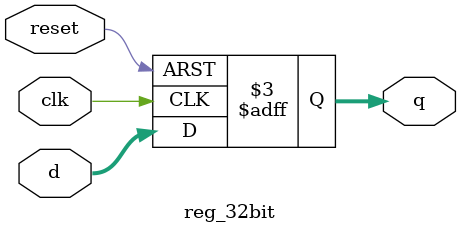
<source format=v>
module reg_32bit(
    output reg [31:0] q,
    input      [31:0] d,
    input             clk,
    input             reset
);

    // On the positive edge of the clock or negative edge of reset
    always @(posedge clk or negedge reset) begin
        if (!reset) begin // Active-low reset
            q <= 32'b0;
        end else begin
            q <= d;
        end
    end

endmodule
</source>
